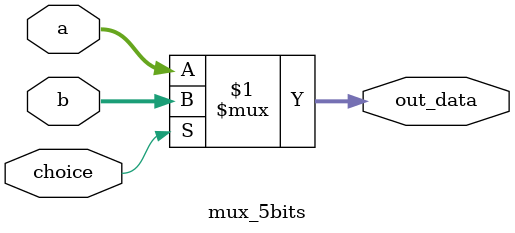
<source format=v>
`timescale 1ns / 1ps
module mux_5bits(
    input [4:0] a,
    input [4:0] b,
    input choice,
    output [4:0] out_data
    );
    assign out_data=(choice)?b:a;
endmodule

</source>
